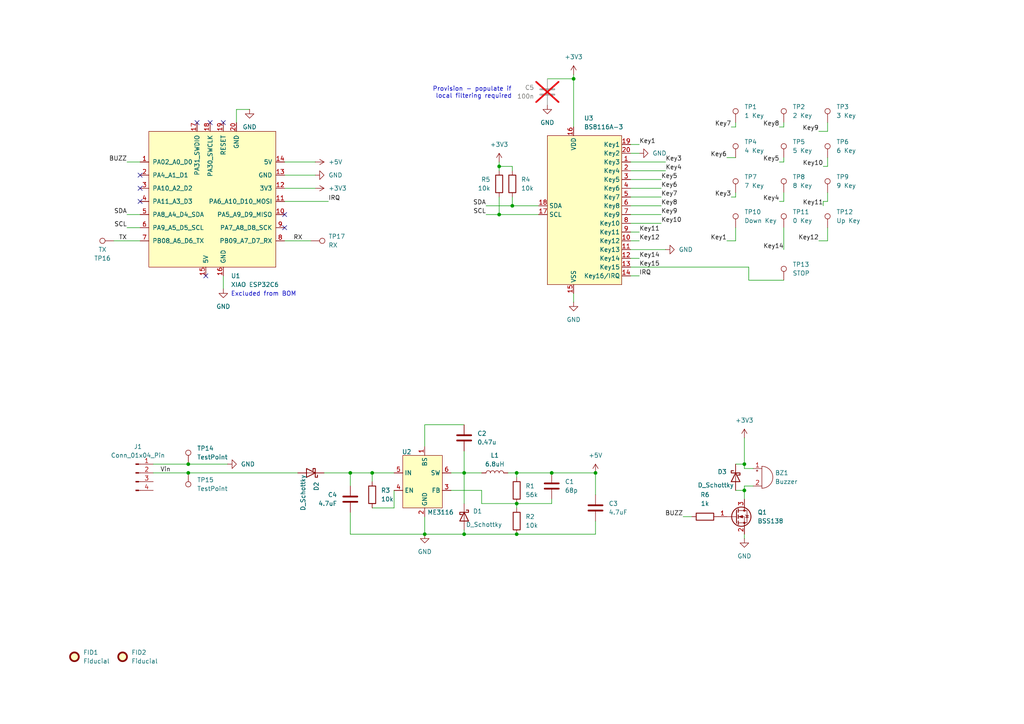
<source format=kicad_sch>
(kicad_sch (version 20231120) (generator "eeschema") (generator_version "8.0")
  (paper "A4")
  (title_block (title "Touch Keypad") (comment 1 "Michael Ruppe"))
  (lib_symbols
    (symbol "Connector:Conn_01x04_Pin" (pin_names (offset 1.016) hide)
      (property "Reference" "J" (at 0 5.08 0))
      (property "Value" "Conn_01x04_Pin" (at 0 -7.62 0))
      (symbol "Conn_01x04_Pin_1_1"
        (polyline (pts (xy 1.27 -5.08) (xy 0.8636 -5.08)) (stroke (width 0.1524)))
        (polyline (pts (xy 1.27 -2.54) (xy 0.8636 -2.54)) (stroke (width 0.1524)))
        (polyline (pts (xy 1.27 0) (xy 0.8636 0)) (stroke (width 0.1524)))
        (polyline (pts (xy 1.27 2.54) (xy 0.8636 2.54)) (stroke (width 0.1524)))
        (rectangle (start 0.8636 -4.953) (end 0 -5.207) (stroke (width 0.1524)) (fill (type outline)))
        (rectangle (start 0.8636 -2.413) (end 0 -2.667) (stroke (width 0.1524)) (fill (type outline)))
        (rectangle (start 0.8636 0.127) (end 0 -0.127) (stroke (width 0.1524)) (fill (type outline)))
        (rectangle (start 0.8636 2.667) (end 0 2.413) (stroke (width 0.1524)) (fill (type outline)))
        (pin passive line (at 5.08 2.54 180) (length 3.81) (name "Pin_1") (number "1"))
        (pin passive line (at 5.08 0 180) (length 3.81) (name "Pin_2") (number "2"))
        (pin passive line (at 5.08 -2.54 180) (length 3.81) (name "Pin_3") (number "3"))
        (pin passive line (at 5.08 -5.08 180) (length 3.81) (name "Pin_4") (number "4"))
      )
    )
    (symbol "Connector:TestPoint" (pin_numbers hide) (pin_names (offset 0.762) hide)
      (property "Reference" "TP" (at 0 6.858 0))
      (property "Value" "TestPoint" (at 0 5.08 0))
      (symbol "TestPoint_0_1"
        (circle (center 0 3.302) (radius 0.762))
      )
      (symbol "TestPoint_1_1"
        (pin passive line (at 0 0 90) (length 2.54) (name "1") (number "1"))
      )
    )
    (symbol "Device:Buzzer" (pin_names (offset 0.0254) hide)
      (property "Reference" "BZ" (at 3.81 1.27 0))
      (property "Value" "Buzzer" (at 3.81 -1.27 0))
      (symbol "Buzzer_0_1"
        (arc (start 0 -3.175) (mid 3.1612 0) (end 0 3.175))
        (polyline (pts (xy -1.651 1.905) (xy -1.143 1.905)))
        (polyline (pts (xy -1.397 2.159) (xy -1.397 1.651)))
        (polyline (pts (xy 0 3.175) (xy 0 -3.175)))
      )
      (symbol "Buzzer_1_1"
        (pin passive line (at -2.54 2.54 0) (length 2.54) (name "+") (number "1"))
        (pin passive line (at -2.54 -2.54 0) (length 2.54) (name "-") (number "2"))
      )
    )
    (symbol "Device:C" (pin_numbers hide) (pin_names (offset 0.254))
      (property "Reference" "C" (at 0.635 2.54 0))
      (property "Value" "C" (at 0.635 -2.54 0))
      (symbol "C_0_1"
        (polyline (pts (xy -2.032 -0.762) (xy 2.032 -0.762)) (stroke (width 0.508)))
        (polyline (pts (xy -2.032 0.762) (xy 2.032 0.762)) (stroke (width 0.508)))
      )
      (symbol "C_1_1"
        (pin passive line (at 0 3.81 270) (length 2.794) (name "~") (number "1"))
        (pin passive line (at 0 -3.81 90) (length 2.794) (name "~") (number "2"))
      )
    )
    (symbol "Device:D_Schottky" (pin_numbers hide) (pin_names (offset 1.016) hide)
      (property "Reference" "D" (at 0 2.54 0))
      (property "Value" "D_Schottky" (at 0 -2.54 0))
      (symbol "D_Schottky_0_1"
        (polyline (pts (xy 1.27 0) (xy -1.27 0)))
        (polyline (pts (xy 1.27 1.27) (xy 1.27 -1.27) (xy -1.27 0) (xy 1.27 1.27)) (stroke (width 0.254)))
        (polyline (pts (xy -1.905 0.635) (xy -1.905 1.27) (xy -1.27 1.27) (xy -1.27 -1.27) (xy -0.635 -1.27) (xy -0.635 -0.635)) (stroke (width 0.254)))
      )
      (symbol "D_Schottky_1_1"
        (pin passive line (at -3.81 0 0) (length 2.54) (name "K") (number "1"))
        (pin passive line (at 3.81 0 180) (length 2.54) (name "A") (number "2"))
      )
    )
    (symbol "Device:L" (pin_numbers hide) (pin_names (offset 1.016) hide)
      (property "Reference" "L" (at -1.27 0 90))
      (property "Value" "L" (at 1.905 0 90))
      (symbol "L_0_1"
        (arc (start 0 -2.54) (mid 0.6323 -1.905) (end 0 -1.27))
        (arc (start 0 -1.27) (mid 0.6323 -0.635) (end 0 0))
        (arc (start 0 0) (mid 0.6323 0.635) (end 0 1.27))
        (arc (start 0 1.27) (mid 0.6323 1.905) (end 0 2.54))
      )
      (symbol "L_1_1"
        (pin passive line (at 0 3.81 270) (length 1.27) (name "1") (number "1"))
        (pin passive line (at 0 -3.81 90) (length 1.27) (name "2") (number "2"))
      )
    )
    (symbol "Device:R" (pin_numbers hide) (pin_names (offset 0))
      (property "Reference" "R" (at 2.032 0 90))
      (property "Value" "R" (at 0 0 90))
      (symbol "R_0_1"
        (rectangle (start -1.016 -2.54) (end 1.016 2.54) (stroke (width 0.254)))
      )
      (symbol "R_1_1"
        (pin passive line (at 0 3.81 270) (length 1.27) (name "~") (number "1"))
        (pin passive line (at 0 -3.81 90) (length 1.27) (name "~") (number "2"))
      )
    )
    (symbol "Garage Door Keypad:BS8116A-3"
      (property "Reference" "U" (at 3.81 22.606 0))
      (property "Value" "BS8116A-3" (at 7.112 -23.114 0))
      (property "LCSC Par#" "C89208" (at 0 0 0))
      (symbol "BS8116A-3_1_1"
        (rectangle (start -13.97 21.59) (end 7.62 -21.59) (fill (type background)))
        (pin input line (at -16.51 13.97 0) (length 2.54) (name "Key3") (number "1"))
        (pin input line (at -16.51 -8.89 0) (length 2.54) (name "Key12") (number "10"))
        (pin input line (at -16.51 -11.43 0) (length 2.54) (name "Key13") (number "11"))
        (pin input line (at -16.51 -13.97 0) (length 2.54) (name "Key14") (number "12"))
        (pin input line (at -16.51 -16.51 0) (length 2.54) (name "Key15") (number "13"))
        (pin input line (at -16.51 -19.05 0) (length 2.54) (name "Key16/IRQ") (number "14"))
        (pin input line (at 0 -24.13 90) (length 2.54) (name "VSS") (number "15"))
        (pin input line (at 0 24.13 270) (length 2.54) (name "VDD") (number "16"))
        (pin input line (at 10.16 -1.27 180) (length 2.54) (name "SCL") (number "17"))
        (pin input line (at 10.16 1.27 180) (length 2.54) (name "SDA") (number "18"))
        (pin input line (at -16.51 19.05 0) (length 2.54) (name "Key1") (number "19"))
        (pin input line (at -16.51 11.43 0) (length 2.54) (name "Key4") (number "2"))
        (pin input line (at -16.51 16.51 0) (length 2.54) (name "Key2") (number "20"))
        (pin input line (at -16.51 8.89 0) (length 2.54) (name "Key5") (number "3"))
        (pin input line (at -16.51 6.35 0) (length 2.54) (name "Key6") (number "4"))
        (pin input line (at -16.51 3.81 0) (length 2.54) (name "Key7") (number "5"))
        (pin input line (at -16.51 1.27 0) (length 2.54) (name "Key8") (number "6"))
        (pin input line (at -16.51 -1.27 0) (length 2.54) (name "Key9") (number "7"))
        (pin input line (at -16.51 -3.81 0) (length 2.54) (name "Key10") (number "8"))
        (pin input line (at -16.51 -6.35 0) (length 2.54) (name "Key11") (number "9"))
      )
    )
    (symbol "Garage Door Keypad:ME3116"
      (property "Reference" "U" (at -5.588 9.144 0))
      (property "Value" "ME3116" (at -1.27 0 0))
      (symbol "ME3116_1_1"
        (rectangle (start -6.35 7.62) (end 5.08 -7.62) (fill (type background)))
        (pin input line (at 0 10.16 270) (length 2.54) (name "BS") (number "1"))
        (pin input line (at 0 -10.16 90) (length 2.54) (name "GND") (number "2"))
        (pin input line (at 7.62 -2.54 180) (length 2.54) (name "FB") (number "3"))
        (pin input line (at -8.89 -2.54 0) (length 2.54) (name "EN") (number "4"))
        (pin input line (at -8.89 2.54 0) (length 2.54) (name "IN") (number "5"))
        (pin input line (at 7.62 2.54 180) (length 2.54) (name "SW") (number "6"))
      )
    )
    (symbol "Mechanical:Fiducial" (exclude_from_sim yes) (in_bom no)
      (property "Reference" "FID" (at 0 5.08 0))
      (property "Value" "Fiducial" (at 0 3.175 0))
      (symbol "Fiducial_0_1"
        (circle (center 0 0) (radius 1.27) (stroke (width 0.508)) (fill (type background)))
      )
    )
    (symbol "Seeed_Studio_XIAO_Series:Seeed Studio XIAO SAMD21" (pin_names (offset 1.016))
      (property "Reference" "U" (at -19.05 22.86 0))
      (property "Value" "Seeed Studio XIAO SAMD21" (at -12.7 21.59 0))
      (symbol "Seeed Studio XIAO SAMD21_1_1"
        (rectangle (start -19.05 20.32) (end 17.78 -19.05) (fill (type background)))
        (pin unspecified line (at -21.59 11.43 0) (length 2.54) (name "PA02_A0_D0") (number "1"))
        (pin unspecified line (at 20.32 -3.81 180) (length 2.54) (name "PA5_A9_D9_MISO") (number "10"))
        (pin unspecified line (at 20.32 0 180) (length 2.54) (name "PA6_A10_D10_MOSI") (number "11"))
        (pin unspecified line (at 20.32 3.81 180) (length 2.54) (name "3V3") (number "12"))
        (pin unspecified line (at 20.32 7.62 180) (length 2.54) (name "GND") (number "13"))
        (pin unspecified line (at 20.32 11.43 180) (length 2.54) (name "5V") (number "14"))
        (pin input line (at -2.54 -21.59 90) (length 2.54) (name "5V") (number "15"))
        (pin input line (at 2.54 -21.59 90) (length 2.54) (name "GND") (number "16"))
        (pin input line (at -5.08 22.86 270) (length 2.54) (name "PA31_SWDIO") (number "17"))
        (pin input line (at -1.27 22.86 270) (length 2.54) (name "PA30_SWCLK") (number "18"))
        (pin input line (at 2.54 22.86 270) (length 2.54) (name "RESET") (number "19"))
        (pin unspecified line (at -21.59 7.62 0) (length 2.54) (name "PA4_A1_D1") (number "2"))
        (pin input line (at 6.35 22.86 270) (length 2.54) (name "GND") (number "20"))
        (pin unspecified line (at -21.59 3.81 0) (length 2.54) (name "PA10_A2_D2") (number "3"))
        (pin unspecified line (at -21.59 0 0) (length 2.54) (name "PA11_A3_D3") (number "4"))
        (pin unspecified line (at -21.59 -3.81 0) (length 2.54) (name "PA8_A4_D4_SDA") (number "5"))
        (pin unspecified line (at -21.59 -7.62 0) (length 2.54) (name "PA9_A5_D5_SCL") (number "6"))
        (pin unspecified line (at -21.59 -11.43 0) (length 2.54) (name "PB08_A6_D6_TX") (number "7"))
        (pin unspecified line (at 20.32 -11.43 180) (length 2.54) (name "PB09_A7_D7_RX") (number "8"))
        (pin unspecified line (at 20.32 -7.62 180) (length 2.54) (name "PA7_A8_D8_SCK") (number "9"))
      )
    )
    (symbol "Transistor_FET:BSS138" (pin_names hide)
      (property "Reference" "Q" (at 5.08 1.905 0))
      (property "Value" "BSS138" (at 5.08 0 0))
      (symbol "BSS138_0_1"
        (polyline (pts (xy 0.254 0) (xy -2.54 0)))
        (polyline (pts (xy 0.254 1.905) (xy 0.254 -1.905)) (stroke (width 0.254)))
        (polyline (pts (xy 0.762 -1.27) (xy 0.762 -2.286)) (stroke (width 0.254)))
        (polyline (pts (xy 0.762 0.508) (xy 0.762 -0.508)) (stroke (width 0.254)))
        (polyline (pts (xy 0.762 2.286) (xy 0.762 1.27)) (stroke (width 0.254)))
        (polyline (pts (xy 2.54 2.54) (xy 2.54 1.778)))
        (polyline (pts (xy 2.54 -2.54) (xy 2.54 0) (xy 0.762 0)))
        (polyline (pts (xy 0.762 -1.778) (xy 3.302 -1.778) (xy 3.302 1.778) (xy 0.762 1.778)))
        (polyline (pts (xy 1.016 0) (xy 2.032 0.381) (xy 2.032 -0.381) (xy 1.016 0)) (fill (type outline)))
        (polyline (pts (xy 2.794 0.508) (xy 2.921 0.381) (xy 3.683 0.381) (xy 3.81 0.254)))
        (polyline (pts (xy 3.302 0.381) (xy 2.921 -0.254) (xy 3.683 -0.254) (xy 3.302 0.381)))
        (circle (center 1.651 0) (radius 2.794) (stroke (width 0.254)))
        (circle (center 2.54 -1.778) (radius 0.254) (fill (type outline)))
        (circle (center 2.54 1.778) (radius 0.254) (fill (type outline)))
      )
      (symbol "BSS138_1_1"
        (pin input line (at -5.08 0 0) (length 2.54) (name "G") (number "1"))
        (pin passive line (at 2.54 -5.08 90) (length 2.54) (name "S") (number "2"))
        (pin passive line (at 2.54 5.08 270) (length 2.54) (name "D") (number "3"))
      )
    )
    (symbol "power:+3V3" (power) (pin_numbers hide) (pin_names (offset 0) hide)
      (property "Value" "+3V3" (at 0 3.556 0))
      (symbol "+3V3_0_1"
        (polyline (pts (xy -0.762 1.27) (xy 0 2.54)))
        (polyline (pts (xy 0 0) (xy 0 2.54)))
        (polyline (pts (xy 0 2.54) (xy 0.762 1.27)))
      )
      (symbol "+3V3_1_1"
        (pin power_in line (at 0 0 90) (length 0) (name "~") (number "1"))
      )
    )
    (symbol "power:+5V" (power) (pin_numbers hide) (pin_names (offset 0) hide)
      (property "Value" "+5V" (at 0 3.556 0))
      (symbol "+5V_0_1"
        (polyline (pts (xy -0.762 1.27) (xy 0 2.54)))
        (polyline (pts (xy 0 0) (xy 0 2.54)))
        (polyline (pts (xy 0 2.54) (xy 0.762 1.27)))
      )
      (symbol "+5V_1_1"
        (pin power_in line (at 0 0 90) (length 0) (name "~") (number "1"))
      )
    )
    (symbol "power:GND" (power) (pin_numbers hide) (pin_names (offset 0) hide)
      (property "Value" "GND" (at 0 -3.81 0))
      (symbol "GND_0_1"
        (polyline (pts (xy 0 0) (xy 0 -1.27) (xy 1.27 -1.27) (xy 0 -2.54) (xy -1.27 -1.27) (xy 0 -1.27)))
      )
      (symbol "GND_1_1"
        (pin power_in line (at 0 0 270) (length 0) (name "~") (number "1"))
      )
    )
  )
  (junction (at 107.95 137.16))
  (junction (at 134.62 154.94))
  (junction (at 134.62 137.16))
  (junction (at 149.86 146.05))
  (junction (at 215.9 134.62))
  (junction (at 148.59 59.69))
  (junction (at 149.86 154.94))
  (junction (at 166.37 22.86))
  (junction (at 172.72 137.16))
  (junction (at 144.78 48.26))
  (junction (at 160.02 137.16))
  (junction (at 215.9 142.24))
  (junction (at 101.6 137.16))
  (junction (at 149.86 137.16))
  (junction (at 54.61 134.62))
  (junction (at 144.78 62.23))
  (junction (at 123.19 154.94))
  (junction (at 54.61 137.16))
  (no_connect (at 64.77 35.56))
  (no_connect (at 60.96 35.56))
  (no_connect (at 82.55 66.04))
  (no_connect (at 57.15 35.56))
  (no_connect (at 40.64 50.8))
  (no_connect (at 82.55 62.23))
  (no_connect (at 40.64 58.42))
  (no_connect (at 40.64 54.61))
  (no_connect (at 59.69 80.01))
  (wire (pts (xy 240.03 66.04) (xy 240.03 69.85)))
  (wire (pts (xy 213.36 69.85) (xy 213.36 66.04)))
  (wire (pts (xy 68.58 35.56) (xy 68.58 31.75)))
  (wire (pts (xy 215.9 140.97) (xy 218.44 140.97)))
  (wire (pts (xy 149.86 137.16) (xy 149.86 138.43)))
  (wire (pts (xy 226.06 58.42) (xy 227.33 58.42)))
  (wire (pts (xy 107.95 139.7) (xy 107.95 137.16)))
  (wire (pts (xy 182.88 57.15) (xy 191.77 57.15)))
  (wire (pts (xy 182.88 59.69) (xy 191.77 59.69)))
  (wire (pts (xy 182.88 41.91) (xy 185.42 41.91)))
  (wire (pts (xy 240.03 69.85) (xy 237.49 69.85)))
  (wire (pts (xy 139.7 146.05) (xy 149.86 146.05)))
  (wire (pts (xy 149.86 137.16) (xy 160.02 137.16)))
  (wire (pts (xy 114.3 147.32) (xy 114.3 142.24)))
  (wire (pts (xy 182.88 52.07) (xy 191.77 52.07)))
  (wire (pts (xy 82.55 50.8) (xy 91.44 50.8)))
  (wire (pts (xy 182.88 44.45) (xy 185.42 44.45)))
  (wire (pts (xy 213.36 142.24) (xy 215.9 142.24)))
  (wire (pts (xy 166.37 85.09) (xy 166.37 87.63)))
  (wire (pts (xy 123.19 123.19) (xy 134.62 123.19)))
  (wire (pts (xy 107.95 147.32) (xy 114.3 147.32)))
  (wire (pts (xy 240.03 38.1) (xy 240.03 35.56)))
  (wire (pts (xy 36.83 66.04) (xy 40.64 66.04)))
  (wire (pts (xy 44.45 134.62) (xy 54.61 134.62)))
  (wire (pts (xy 101.6 137.16) (xy 107.95 137.16)))
  (wire (pts (xy 227.33 58.42) (xy 227.33 55.88)))
  (wire (pts (xy 215.9 154.94) (xy 215.9 156.21)))
  (wire (pts (xy 144.78 48.26) (xy 148.59 48.26)))
  (wire (pts (xy 227.33 46.99) (xy 227.33 45.72)))
  (wire (pts (xy 107.95 137.16) (xy 114.3 137.16)))
  (wire (pts (xy 166.37 22.86) (xy 166.37 36.83)))
  (wire (pts (xy 182.88 72.39) (xy 193.04 72.39)))
  (wire (pts (xy 82.55 69.85) (xy 90.17 69.85)))
  (wire (pts (xy 144.78 62.23) (xy 156.21 62.23)))
  (wire (pts (xy 213.36 134.62) (xy 215.9 134.62)))
  (wire (pts (xy 172.72 154.94) (xy 172.72 151.13)))
  (wire (pts (xy 217.17 77.47) (xy 217.17 81.28)))
  (wire (pts (xy 217.17 81.28) (xy 227.33 81.28)))
  (wire (pts (xy 134.62 153.67) (xy 134.62 154.94)))
  (wire (pts (xy 226.06 36.83) (xy 227.33 36.83)))
  (wire (pts (xy 238.76 58.42) (xy 238.76 59.69)))
  (wire (pts (xy 123.19 129.54) (xy 123.19 123.19)))
  (wire (pts (xy 130.81 142.24) (xy 139.7 142.24)))
  (wire (pts (xy 182.88 49.53) (xy 193.04 49.53)))
  (wire (pts (xy 93.98 137.16) (xy 101.6 137.16)))
  (wire (pts (xy 144.78 46.99) (xy 144.78 48.26)))
  (wire (pts (xy 227.33 36.83) (xy 227.33 35.56)))
  (wire (pts (xy 68.58 31.75) (xy 72.39 31.75)))
  (wire (pts (xy 44.45 137.16) (xy 54.61 137.16)))
  (wire (pts (xy 182.88 67.31) (xy 185.42 67.31)))
  (wire (pts (xy 210.82 45.72) (xy 213.36 45.72)))
  (wire (pts (xy 226.06 46.99) (xy 227.33 46.99)))
  (wire (pts (xy 123.19 154.94) (xy 134.62 154.94)))
  (wire (pts (xy 140.97 62.23) (xy 144.78 62.23)))
  (wire (pts (xy 215.9 127) (xy 215.9 134.62)))
  (wire (pts (xy 139.7 142.24) (xy 139.7 146.05)))
  (wire (pts (xy 172.72 137.16) (xy 172.72 143.51)))
  (wire (pts (xy 144.78 57.15) (xy 144.78 62.23)))
  (wire (pts (xy 101.6 140.97) (xy 101.6 137.16)))
  (wire (pts (xy 134.62 137.16) (xy 139.7 137.16)))
  (wire (pts (xy 182.88 77.47) (xy 217.17 77.47)))
  (wire (pts (xy 64.77 80.01) (xy 64.77 83.82)))
  (wire (pts (xy 148.59 57.15) (xy 148.59 59.69)))
  (wire (pts (xy 149.86 154.94) (xy 172.72 154.94)))
  (wire (pts (xy 182.88 46.99) (xy 193.04 46.99)))
  (wire (pts (xy 215.9 134.62) (xy 215.9 135.89)))
  (wire (pts (xy 134.62 130.81) (xy 134.62 137.16)))
  (wire (pts (xy 182.88 64.77) (xy 191.77 64.77)))
  (wire (pts (xy 36.83 46.99) (xy 40.64 46.99)))
  (wire (pts (xy 54.61 137.16) (xy 86.36 137.16)))
  (wire (pts (xy 182.88 69.85) (xy 185.42 69.85)))
  (wire (pts (xy 212.09 36.83) (xy 213.36 36.83)))
  (wire (pts (xy 238.76 48.26) (xy 240.03 48.26)))
  (wire (pts (xy 130.81 137.16) (xy 134.62 137.16)))
  (wire (pts (xy 140.97 59.69) (xy 148.59 59.69)))
  (wire (pts (xy 213.36 36.83) (xy 213.36 35.56)))
  (wire (pts (xy 36.83 62.23) (xy 40.64 62.23)))
  (wire (pts (xy 158.75 22.86) (xy 166.37 22.86)))
  (wire (pts (xy 147.32 137.16) (xy 149.86 137.16)))
  (wire (pts (xy 95.25 58.42) (xy 82.55 58.42)))
  (wire (pts (xy 240.03 58.42) (xy 240.03 55.88)))
  (wire (pts (xy 54.61 134.62) (xy 66.04 134.62)))
  (wire (pts (xy 33.02 69.85) (xy 40.64 69.85)))
  (wire (pts (xy 212.09 57.15) (xy 213.36 57.15)))
  (wire (pts (xy 166.37 21.59) (xy 166.37 22.86)))
  (wire (pts (xy 215.9 144.78) (xy 215.9 142.24)))
  (wire (pts (xy 134.62 154.94) (xy 149.86 154.94)))
  (wire (pts (xy 237.49 38.1) (xy 240.03 38.1)))
  (wire (pts (xy 134.62 137.16) (xy 134.62 146.05)))
  (wire (pts (xy 101.6 148.59) (xy 101.6 154.94)))
  (wire (pts (xy 213.36 55.88) (xy 213.36 57.15)))
  (wire (pts (xy 149.86 146.05) (xy 160.02 146.05)))
  (wire (pts (xy 144.78 48.26) (xy 144.78 49.53)))
  (wire (pts (xy 227.33 72.39) (xy 227.33 66.04)))
  (wire (pts (xy 182.88 62.23) (xy 191.77 62.23)))
  (wire (pts (xy 215.9 142.24) (xy 215.9 140.97)))
  (wire (pts (xy 82.55 46.99) (xy 91.44 46.99)))
  (wire (pts (xy 148.59 48.26) (xy 148.59 49.53)))
  (wire (pts (xy 215.9 135.89) (xy 218.44 135.89)))
  (wire (pts (xy 101.6 154.94) (xy 123.19 154.94)))
  (wire (pts (xy 160.02 137.16) (xy 172.72 137.16)))
  (wire (pts (xy 238.76 58.42) (xy 240.03 58.42)))
  (wire (pts (xy 182.88 54.61) (xy 191.77 54.61)))
  (wire (pts (xy 123.19 149.86) (xy 123.19 154.94)))
  (wire (pts (xy 148.59 59.69) (xy 156.21 59.69)))
  (wire (pts (xy 185.42 80.01) (xy 182.88 80.01)))
  (wire (pts (xy 82.55 54.61) (xy 91.44 54.61)))
  (wire (pts (xy 149.86 146.05) (xy 149.86 147.32)))
  (wire (pts (xy 240.03 48.26) (xy 240.03 45.72)))
  (wire (pts (xy 198.12 149.86) (xy 200.66 149.86)))
  (wire (pts (xy 160.02 144.78) (xy 160.02 146.05)))
  (wire (pts (xy 182.88 74.93) (xy 185.42 74.93)))
  (wire (pts (xy 210.82 69.85) (xy 213.36 69.85)))
  (text "Excluded from BOM" (at 76.454 85.344 0) (effects (font (size 1.27 1.27))))
  (text "Provision - populate if \nlocal filtering required" (at 137.414 26.924 0) (effects (font (size 1.27 1.27))))
  (label "RX" (at 85.09 69.85 0))
  (label "Key10" (at 191.77 64.77 0))
  (label "Key1" (at 185.42 41.91 0))
  (label "Key4" (at 226.06 58.42 180))
  (label "Key12" (at 185.42 69.85 0))
  (label "Key14" (at 185.42 74.93 0))
  (label "Key11" (at 185.42 67.31 0))
  (label "Key14" (at 227.33 72.39 180))
  (label "Key3" (at 193.04 46.99 0))
  (label "Key7" (at 191.77 57.15 0))
  (label "BUZZ" (at 198.12 149.86 180))
  (label "SDA" (at 36.83 62.23 180))
  (label "Key9" (at 191.77 62.23 0))
  (label "Key1" (at 210.82 69.85 180))
  (label "Key6" (at 210.82 45.72 180))
  (label "Key10" (at 238.76 48.26 180))
  (label "Key9" (at 237.49 38.1 180))
  (label "BUZZ" (at 36.83 46.99 180))
  (label "Key15" (at 185.42 77.47 0))
  (label "Key4" (at 193.04 49.53 0))
  (label "Vin" (at 49.53 137.16 180))
  (label "Key3" (at 212.09 57.15 180))
  (label "SCL" (at 36.83 66.04 180))
  (label "Key12" (at 237.49 69.85 180))
  (label "TX" (at 36.83 69.85 180))
  (label "Key11" (at 238.76 59.69 180))
  (label "Key8" (at 191.77 59.69 0))
  (label "Key5" (at 191.77 52.07 0))
  (label "Key5" (at 226.06 46.99 180))
  (label "Key7" (at 212.09 36.83 180))
  (label "IRQ" (at 95.25 58.42 0))
  (label "IRQ" (at 185.42 80.01 0))
  (label "Key6" (at 191.77 54.61 0))
  (label "SDA" (at 140.97 59.69 180))
  (label "Key8" (at 226.06 36.83 180))
  (label "SCL" (at 140.97 62.23 180))
  (symbol (lib_id "power:GND") (at 215.9 156.21 0) (unit 1)
    (property "Reference" "#PWR09" (effects (hide yes)))
    (property "Value" "GND" (at 215.9 161.29 0))
    (property "Description" "Power symbol creates a global label with name \"GND\" , ground" (effects (hide yes)))
  )
  (symbol (lib_id "Connector:TestPoint") (at 213.36 66.04 0) (unit 1) (in_bom no)
    (property "Reference" "TP10" (at 215.9 61.4679 0) (effects (justify left)))
    (property "Value" "Down Key" (at 215.9 64.0079 0) (effects (justify left)))
    (property "Footprint" "Touch Pad:Touch_Pad" (effects (hide yes)))
    (property "Description" "test point" (effects (hide yes)))
  )
  (symbol (lib_id "Device:Buzzer") (at 220.98 138.43 0) (unit 1)
    (property "Reference" "BZ1" (at 224.79 137.1599 0) (effects (justify left)))
    (property "Value" "Buzzer" (at 224.79 139.6999 0) (effects (justify left)))
    (property "Footprint" "Buzzer_Beeper:MagneticBuzzer_CUI_CMT-8504-100-SMT" (effects (hide yes)))
    (property "Datasheet" "https://www.lcsc.com/datasheet/lcsc_datasheet_1912111437_FUET-FUET-8530-3-6V_C417428.pdf" (effects (hide yes)))
    (property "Description" "Buzzer, polarized" (effects (hide yes)))
    (property "LCSC Part#" "C417428" (effects (hide yes)))
  )
  (symbol (lib_id "Device:R") (at 149.86 151.13 0) (unit 1)
    (property "Reference" "R2" (at 152.4 149.8599 0) (effects (justify left)))
    (property "Value" "10k" (at 152.4 152.3999 0) (effects (justify left)))
    (property "Footprint" "Resistor_SMD:R_0805_2012Metric" (effects (hide yes)))
    (property "Description" "Resistor" (effects (hide yes)))
  )
  (symbol (lib_id "Device:C") (at 101.6 144.78 0) (mirror y) (unit 1)
    (property "Reference" "C4" (at 97.79 143.5099 0) (effects (justify left)))
    (property "Value" "4.7uF" (at 97.79 146.0499 0) (effects (justify left)))
    (property "Footprint" "Capacitor_SMD:C_0805_2012Metric" (effects (hide yes)))
    (property "Description" "Unpolarized capacitor" (effects (hide yes)))
  )
  (symbol (lib_id "power:GND") (at 158.75 30.48 0) (unit 1)
    (property "Reference" "#PWR016" (effects (hide yes)))
    (property "Value" "GND" (at 158.75 35.56 0))
    (property "Description" "Power symbol creates a global label with name \"GND\" , ground" (effects (hide yes)))
  )
  (symbol (lib_id "Connector:TestPoint") (at 227.33 81.28 0) (unit 1) (in_bom no)
    (property "Reference" "TP13" (at 229.87 76.7079 0) (effects (justify left)))
    (property "Value" "STOP" (at 229.87 79.2479 0) (effects (justify left)))
    (property "Footprint" "Touch Pad:Touch_Pad_Long" (effects (hide yes)))
    (property "Description" "test point" (effects (hide yes)))
  )
  (symbol (lib_id "Connector:TestPoint") (at 240.03 35.56 0) (unit 1) (in_bom no)
    (property "Reference" "TP3" (at 242.57 30.9879 0) (effects (justify left)))
    (property "Value" "3 Key" (at 242.57 33.5279 0) (effects (justify left)))
    (property "Footprint" "Touch Pad:Touch_Pad" (effects (hide yes)))
    (property "Description" "test point" (effects (hide yes)))
  )
  (symbol (lib_id "power:GND") (at 64.77 83.82 0) (unit 1)
    (property "Reference" "#PWR02" (effects (hide yes)))
    (property "Value" "GND" (at 64.77 88.9 0))
    (property "Description" "Power symbol creates a global label with name \"GND\" , ground" (effects (hide yes)))
  )
  (symbol (lib_id "Device:R") (at 204.47 149.86 90) (unit 1)
    (property "Reference" "R6" (at 204.47 143.51 90))
    (property "Value" "1k" (at 204.47 146.05 90))
    (property "Footprint" "Resistor_SMD:R_0805_2012Metric" (effects (hide yes)))
    (property "Description" "Resistor" (effects (hide yes)))
  )
  (symbol (lib_id "Connector:TestPoint") (at 33.02 69.85 90) (mirror x) (unit 1) (in_bom no)
    (property "Reference" "TP16" (at 29.718 74.93 90))
    (property "Value" "TX" (at 29.718 72.39 90))
    (property "Footprint" "TestPoint:TestPoint_Pad_D3.0mm" (effects (hide yes)))
    (property "Description" "test point" (effects (hide yes)))
  )
  (symbol (lib_id "power:+5V") (at 172.72 137.16 0) (unit 1)
    (property "Reference" "#PWR01" (effects (hide yes)))
    (property "Value" "+5V" (at 172.72 132.08 0))
    (property "Description" "Power symbol creates a global label with name \"+5V\"" (effects (hide yes)))
  )
  (symbol (lib_id "power:GND") (at 91.44 50.8 90) (unit 1)
    (property "Reference" "#PWR03" (effects (hide yes)))
    (property "Value" "GND" (at 95.25 50.7999 90) (effects (justify right)))
    (property "Description" "Power symbol creates a global label with name \"GND\" , ground" (effects (hide yes)))
  )
  (symbol (lib_id "Device:R") (at 148.59 53.34 0) (unit 1)
    (property "Reference" "R4" (at 151.13 52.0699 0) (effects (justify left)))
    (property "Value" "10k" (at 151.13 54.6099 0) (effects (justify left)))
    (property "Footprint" "Resistor_SMD:R_0805_2012Metric" (effects (hide yes)))
    (property "Description" "Resistor" (effects (hide yes)))
  )
  (symbol (lib_id "power:+3V3") (at 215.9 127 0) (unit 1)
    (property "Reference" "#PWR010" (effects (hide yes)))
    (property "Value" "+3V3" (at 215.9 121.92 0))
    (property "Description" "Power symbol creates a global label with name \"+3V3\"" (effects (hide yes)))
  )
  (symbol (lib_id "power:+3V3") (at 144.78 46.99 0) (unit 1)
    (property "Reference" "#PWR05" (effects (hide yes)))
    (property "Value" "+3V3" (at 144.78 41.91 0))
    (property "Description" "Power symbol creates a global label with name \"+3V3\"" (effects (hide yes)))
  )
  (symbol (lib_id "Seeed_Studio_XIAO_Series:Seeed Studio XIAO SAMD21") (at 62.23 58.42 0) (unit 1) (in_bom no)
    (property "Reference" "U1" (at 66.9641 80.01 0) (effects (justify left)))
    (property "Value" "XIAO ESP32C6" (at 66.9641 82.55 0) (effects (justify left)))
    (property "Footprint" "xiao:XIAO-ESP32-14P-2.54-21X17.8MM-SMT" (effects (hide yes)))
  )
  (symbol (lib_id "Connector:TestPoint") (at 54.61 137.16 180) (unit 1) (in_bom no)
    (property "Reference" "TP15" (at 57.15 139.1919 0) (effects (justify right)))
    (property "Value" "TestPoint" (at 57.15 141.7319 0) (effects (justify right)))
    (property "Footprint" "TestPoint:TestPoint_Pad_D3.0mm" (effects (hide yes)))
    (property "Description" "test point" (effects (hide yes)))
  )
  (symbol (lib_id "power:+3V3") (at 166.37 21.59 0) (unit 1)
    (property "Reference" "#PWR06" (effects (hide yes)))
    (property "Value" "+3V3" (at 166.37 16.51 0))
    (property "Description" "Power symbol creates a global label with name \"+3V3\"" (effects (hide yes)))
  )
  (symbol (lib_id "Connector:TestPoint") (at 213.36 45.72 0) (unit 1) (in_bom no)
    (property "Reference" "TP4" (at 215.9 41.1479 0) (effects (justify left)))
    (property "Value" "4 Key" (at 215.9 43.6879 0) (effects (justify left)))
    (property "Footprint" "Touch Pad:Touch_Pad" (effects (hide yes)))
    (property "Description" "test point" (effects (hide yes)))
  )
  (symbol (lib_id "Connector:TestPoint") (at 240.03 55.88 0) (unit 1) (in_bom no)
    (property "Reference" "TP9" (at 242.57 51.3079 0) (effects (justify left)))
    (property "Value" "9 Key" (at 242.57 53.8479 0) (effects (justify left)))
    (property "Footprint" "Touch Pad:Touch_Pad" (effects (hide yes)))
    (property "Description" "test point" (effects (hide yes)))
  )
  (symbol (lib_id "Connector:TestPoint") (at 227.33 66.04 0) (unit 1) (in_bom no)
    (property "Reference" "TP11" (at 229.87 61.4679 0) (effects (justify left)))
    (property "Value" "0 Key" (at 229.87 64.0079 0) (effects (justify left)))
    (property "Footprint" "Touch Pad:Touch_Pad" (effects (hide yes)))
    (property "Description" "test point" (effects (hide yes)))
  )
  (symbol (lib_id "Device:D_Schottky") (at 90.17 137.16 180) (unit 1)
    (property "Reference" "D2" (at 91.7576 139.7 90) (effects (justify left)))
    (property "Value" "D_Schottky" (at 87.884 137.668 90) (effects (justify left)))
    (property "Footprint" "Diode_SMD:D_SMA" (effects (hide yes)))
    (property "Description" "Schottky diode" (effects (hide yes)))
    (property "LCSC Part#" "C2480" (effects (hide yes)))
  )
  (symbol (lib_id "Garage Door Keypad:BS8116A-3") (at 166.37 60.96 0) (mirror y) (unit 1)
    (property "Reference" "U3" (at 169.3865 34.29 0) (effects (justify right)))
    (property "Value" "BS8116A-3" (at 169.3865 36.83 0) (effects (justify right)))
    (property "Footprint" "Package_SO:SSOP-20_3.9x8.7mm_P0.635mm" (effects (hide yes)))
    (property "Datasheet" "https://www.lcsc.com/datasheet/lcsc_datasheet_2404031726_Holtek-Semicon-BS8116A-3_C89208.pdf" (effects (hide yes)))
    (property "LCSC Part#" "C89208" (effects (hide yes)))
  )
  (symbol (lib_id "power:GND") (at 72.39 31.75 0) (unit 1)
    (property "Reference" "#PWR08" (effects (hide yes)))
    (property "Value" "GND" (at 72.39 36.83 0))
    (property "Description" "Power symbol creates a global label with name \"GND\" , ground" (effects (hide yes)))
  )
  (symbol (lib_id "Connector:TestPoint") (at 54.61 134.62 0) (unit 1) (in_bom no)
    (property "Reference" "TP14" (at 57.15 130.0479 0) (effects (justify left)))
    (property "Value" "TestPoint" (at 57.15 132.5879 0) (effects (justify left)))
    (property "Footprint" "TestPoint:TestPoint_Pad_D3.0mm" (effects (hide yes)))
    (property "Description" "test point" (effects (hide yes)))
  )
  (symbol (lib_id "Connector:TestPoint") (at 240.03 66.04 0) (unit 1) (in_bom no)
    (property "Reference" "TP12" (at 242.57 61.4679 0) (effects (justify left)))
    (property "Value" "Up Key" (at 242.57 64.0079 0) (effects (justify left)))
    (property "Footprint" "Touch Pad:Touch_Pad" (effects (hide yes)))
    (property "Description" "test point" (effects (hide yes)))
  )
  (symbol (lib_id "Device:L") (at 143.51 137.16 90) (unit 1)
    (property "Reference" "L1" (at 143.51 132.08 90))
    (property "Value" "6.8uH" (at 143.51 134.62 90))
    (property "Footprint" "Inductor_SMD:L_KOHERelec_MDA7030" (effects (hide yes)))
    (property "Description" "Inductor" (effects (hide yes)))
    (property "LCSC Part#" "C138515" (effects (hide yes)))
  )
  (symbol (lib_id "Device:R") (at 107.95 143.51 0) (unit 1)
    (property "Reference" "R3" (at 110.49 142.2399 0) (effects (justify left)))
    (property "Value" "10k" (at 110.49 144.7799 0) (effects (justify left)))
    (property "Footprint" "Resistor_SMD:R_0805_2012Metric" (effects (hide yes)))
    (property "Description" "Resistor" (effects (hide yes)))
  )
  (symbol (lib_id "Device:C") (at 160.02 140.97 0) (unit 1)
    (property "Reference" "C1" (at 163.83 139.6999 0) (effects (justify left)))
    (property "Value" "68p" (at 163.83 142.2399 0) (effects (justify left)))
    (property "Footprint" "Capacitor_SMD:C_0805_2012Metric" (effects (hide yes)))
    (property "Description" "Unpolarized capacitor" (effects (hide yes)))
    (property "LCSC Part#" "C162306" (effects (hide yes)))
  )
  (symbol (lib_id "Mechanical:Fiducial") (at 21.59 190.5 0) (unit 1) (exclude_from_sim yes) (in_bom no)
    (property "Reference" "FID1" (at 24.13 189.2299 0) (effects (justify left)))
    (property "Value" "Fiducial" (at 24.13 191.7699 0) (effects (justify left)))
    (property "Footprint" "Fiducial:Fiducial_0.5mm_Mask1mm" (effects (hide yes)))
    (property "Description" "Fiducial Marker" (effects (hide yes)))
  )
  (symbol (lib_id "Connector:TestPoint") (at 227.33 35.56 0) (unit 1) (in_bom no)
    (property "Reference" "TP2" (at 229.87 30.9879 0) (effects (justify left)))
    (property "Value" "2 Key" (at 229.87 33.5279 0) (effects (justify left)))
    (property "Footprint" "Touch Pad:Touch_Pad" (effects (hide yes)))
    (property "Description" "test point" (effects (hide yes)))
  )
  (symbol (lib_id "Transistor_FET:BSS138") (at 213.36 149.86 0) (unit 1)
    (property "Reference" "Q1" (at 219.71 148.5899 0) (effects (justify left)))
    (property "Value" "BSS138" (at 219.71 151.1299 0) (effects (justify left)))
    (property "Footprint" "Package_TO_SOT_SMD:SOT-23" (effects (hide yes)))
    (property "Datasheet" "https://www.onsemi.com/pub/Collateral/BSS138-D.PDF" (effects (hide yes)))
    (property "Description" "50V Vds, 0.22A Id, N-Channel MOSFET, SOT-23" (effects (hide yes)))
    (property "LCSC Part#" "C78284" (effects (hide yes)))
  )
  (symbol (lib_id "Connector:TestPoint") (at 227.33 55.88 0) (unit 1) (in_bom no)
    (property "Reference" "TP8" (at 229.87 51.3079 0) (effects (justify left)))
    (property "Value" "8 Key" (at 229.87 53.8479 0) (effects (justify left)))
    (property "Footprint" "Touch Pad:Touch_Pad" (effects (hide yes)))
    (property "Description" "test point" (effects (hide yes)))
  )
  (symbol (lib_id "Garage Door Keypad:ME3116") (at 123.19 139.7 0) (unit 1)
    (property "Reference" "U2" (at 116.586 131.064 0) (effects (justify left)))
    (property "Value" "ME3116" (at 123.952 148.59 0) (effects (justify left)))
    (property "Footprint" "Package_TO_SOT_SMD:SOT-23-6" (effects (hide yes)))
    (property "Datasheet" "https://www.lcsc.com/datasheet/lcsc_datasheet_1809291630_MICRONE-Nanjing-Micro-One-Elec-ME3116AM6G_C97643.pdf" (effects (hide yes)))
    (property "LCSC Part#" "C97643" (effects (hide yes)))
  )
  (symbol (lib_id "Connector:TestPoint") (at 90.17 69.85 270) (unit 1) (in_bom no)
    (property "Reference" "TP17" (at 95.25 68.5799 90) (effects (justify left)))
    (property "Value" "RX" (at 95.25 71.1199 90) (effects (justify left)))
    (property "Footprint" "TestPoint:TestPoint_Pad_D3.0mm" (effects (hide yes)))
    (property "Description" "test point" (effects (hide yes)))
  )
  (symbol (lib_id "power:GND") (at 123.19 154.94 0) (unit 1)
    (property "Reference" "#PWR04" (effects (hide yes)))
    (property "Value" "GND" (at 123.19 160.02 0))
    (property "Description" "Power symbol creates a global label with name \"GND\" , ground" (effects (hide yes)))
  )
  (symbol (lib_id "Connector:Conn_01x04_Pin") (at 39.37 137.16 0) (unit 1)
    (property "Reference" "J1" (at 40.005 129.54 0))
    (property "Value" "Conn_01x04_Pin" (at 40.005 132.08 0))
    (property "Footprint" "Connector_JST:JST_SH_SM04B-SRSS-TB_1x04-1MP_P1.00mm_Horizontal" (effects (hide yes)))
    (property "Description" "Generic connector, single row, 01x04, script generated" (effects (hide yes)))
    (property "LCSC Part#" "C160404" (effects (hide yes)))
  )
  (symbol (lib_id "Connector:TestPoint") (at 213.36 55.88 0) (unit 1) (in_bom no)
    (property "Reference" "TP7" (at 215.9 51.3079 0) (effects (justify left)))
    (property "Value" "7 Key" (at 215.9 53.8479 0) (effects (justify left)))
    (property "Footprint" "Touch Pad:Touch_Pad" (effects (hide yes)))
    (property "Description" "test point" (effects (hide yes)))
  )
  (symbol (lib_id "power:GND") (at 66.04 134.62 90) (unit 1)
    (property "Reference" "#PWR013" (effects (hide yes)))
    (property "Value" "GND" (at 69.85 134.6199 90) (effects (justify right)))
    (property "Description" "Power symbol creates a global label with name \"GND\" , ground" (effects (hide yes)))
  )
  (symbol (lib_id "power:GND") (at 185.42 44.45 90) (unit 1)
    (property "Reference" "#PWR014" (effects (hide yes)))
    (property "Value" "GND" (at 189.23 44.4499 90) (effects (justify right)))
    (property "Description" "Power symbol creates a global label with name \"GND\" , ground" (effects (hide yes)))
  )
  (symbol (lib_id "power:GND") (at 193.04 72.39 90) (unit 1)
    (property "Reference" "#PWR015" (effects (hide yes)))
    (property "Value" "GND" (at 196.85 72.3899 90) (effects (justify right)))
    (property "Description" "Power symbol creates a global label with name \"GND\" , ground" (effects (hide yes)))
  )
  (symbol (lib_id "Connector:TestPoint") (at 227.33 45.72 0) (unit 1) (in_bom no)
    (property "Reference" "TP5" (at 229.87 41.1479 0) (effects (justify left)))
    (property "Value" "5 Key" (at 229.87 43.6879 0) (effects (justify left)))
    (property "Footprint" "Touch Pad:Touch_Pad" (effects (hide yes)))
    (property "Description" "test point" (effects (hide yes)))
  )
  (symbol (lib_id "Device:D_Schottky") (at 134.62 149.86 270) (unit 1)
    (property "Reference" "D1" (at 137.16 148.2724 90) (effects (justify left)))
    (property "Value" "D_Schottky" (at 135.128 152.146 90) (effects (justify left)))
    (property "Footprint" "Diode_SMD:D_SMA" (effects (hide yes)))
    (property "Description" "Schottky diode" (effects (hide yes)))
    (property "LCSC Part#" "C2480" (effects (hide yes)))
  )
  (symbol (lib_id "Connector:TestPoint") (at 240.03 45.72 0) (unit 1) (in_bom no)
    (property "Reference" "TP6" (at 242.57 41.1479 0) (effects (justify left)))
    (property "Value" "6 Key" (at 242.57 43.6879 0) (effects (justify left)))
    (property "Footprint" "Touch Pad:Touch_Pad" (effects (hide yes)))
    (property "Description" "test point" (effects (hide yes)))
  )
  (symbol (lib_id "power:+5V") (at 91.44 46.99 270) (unit 1)
    (property "Reference" "#PWR011" (effects (hide yes)))
    (property "Value" "+5V" (at 95.25 46.9899 90) (effects (justify left)))
    (property "Description" "Power symbol creates a global label with name \"+5V\"" (effects (hide yes)))
  )
  (symbol (lib_id "Device:R") (at 144.78 53.34 0) (mirror y) (unit 1)
    (property "Reference" "R5" (at 142.24 52.0699 0) (effects (justify left)))
    (property "Value" "10k" (at 142.24 54.6099 0) (effects (justify left)))
    (property "Footprint" "Resistor_SMD:R_0805_2012Metric" (effects (hide yes)))
    (property "Description" "Resistor" (effects (hide yes)))
  )
  (symbol (lib_id "Device:C") (at 172.72 147.32 0) (unit 1)
    (property "Reference" "C3" (at 176.53 146.0499 0) (effects (justify left)))
    (property "Value" "4.7uF" (at 176.53 148.5899 0) (effects (justify left)))
    (property "Footprint" "Capacitor_SMD:C_0805_2012Metric" (effects (hide yes)))
    (property "Description" "Unpolarized capacitor" (effects (hide yes)))
  )
  (symbol (lib_id "Device:C") (at 134.62 127 0) (unit 1)
    (property "Reference" "C2" (at 138.43 125.7299 0) (effects (justify left)))
    (property "Value" "0.47u" (at 138.43 128.2699 0) (effects (justify left)))
    (property "Footprint" "Capacitor_SMD:C_0805_2012Metric" (effects (hide yes)))
    (property "Description" "Unpolarized capacitor" (effects (hide yes)))
  )
  (symbol (lib_id "Device:D_Schottky") (at 213.36 138.43 90) (mirror x) (unit 1)
    (property "Reference" "D3" (at 210.82 136.8424 90) (effects (justify left)))
    (property "Value" "D_Schottky" (at 212.852 140.716 90) (effects (justify left)))
    (property "Footprint" "Diode_SMD:D_SMA" (effects (hide yes)))
    (property "Description" "Schottky diode" (effects (hide yes)))
    (property "LCSC Part#" "C2480" (effects (hide yes)))
  )
  (symbol (lib_id "Device:C") (at 158.75 26.67 0) (mirror y) (unit 1) (in_bom no) (dnp yes)
    (property "Reference" "C5" (at 154.94 25.3999 0) (effects (justify left)))
    (property "Value" "100n" (at 154.94 27.9399 0) (effects (justify left)))
    (property "Footprint" "Capacitor_SMD:C_0805_2012Metric" (effects (hide yes)))
    (property "Description" "Unpolarized capacitor" (effects (hide yes)))
  )
  (symbol (lib_id "power:+3V3") (at 91.44 54.61 270) (unit 1)
    (property "Reference" "#PWR012" (effects (hide yes)))
    (property "Value" "+3V3" (at 95.25 54.6099 90) (effects (justify left)))
    (property "Description" "Power symbol creates a global label with name \"+3V3\"" (effects (hide yes)))
  )
  (symbol (lib_id "Device:R") (at 149.86 142.24 0) (unit 1)
    (property "Reference" "R1" (at 152.4 140.9699 0) (effects (justify left)))
    (property "Value" "56k" (at 152.4 143.5099 0) (effects (justify left)))
    (property "Footprint" "Resistor_SMD:R_0805_2012Metric" (effects (hide yes)))
    (property "Description" "Resistor" (effects (hide yes)))
  )
  (symbol (lib_id "Mechanical:Fiducial") (at 35.56 190.5 0) (unit 1) (exclude_from_sim yes) (in_bom no)
    (property "Reference" "FID2" (at 38.1 189.2299 0) (effects (justify left)))
    (property "Value" "Fiducial" (at 38.1 191.7699 0) (effects (justify left)))
    (property "Footprint" "Fiducial:Fiducial_0.5mm_Mask1mm" (effects (hide yes)))
    (property "Description" "Fiducial Marker" (effects (hide yes)))
  )
  (symbol (lib_id "Connector:TestPoint") (at 213.36 35.56 0) (unit 1) (in_bom no)
    (property "Reference" "TP1" (at 215.9 30.9879 0) (effects (justify left)))
    (property "Value" "1 Key" (at 215.9 33.5279 0) (effects (justify left)))
    (property "Footprint" "Touch Pad:Touch_Pad" (effects (hide yes)))
    (property "Description" "test point" (effects (hide yes)))
  )
  (symbol (lib_id "power:GND") (at 166.37 87.63 0) (unit 1)
    (property "Reference" "#PWR07" (effects (hide yes)))
    (property "Value" "GND" (at 166.37 92.71 0))
    (property "Description" "Power symbol creates a global label with name \"GND\" , ground" (effects (hide yes)))
  )
)
</source>
